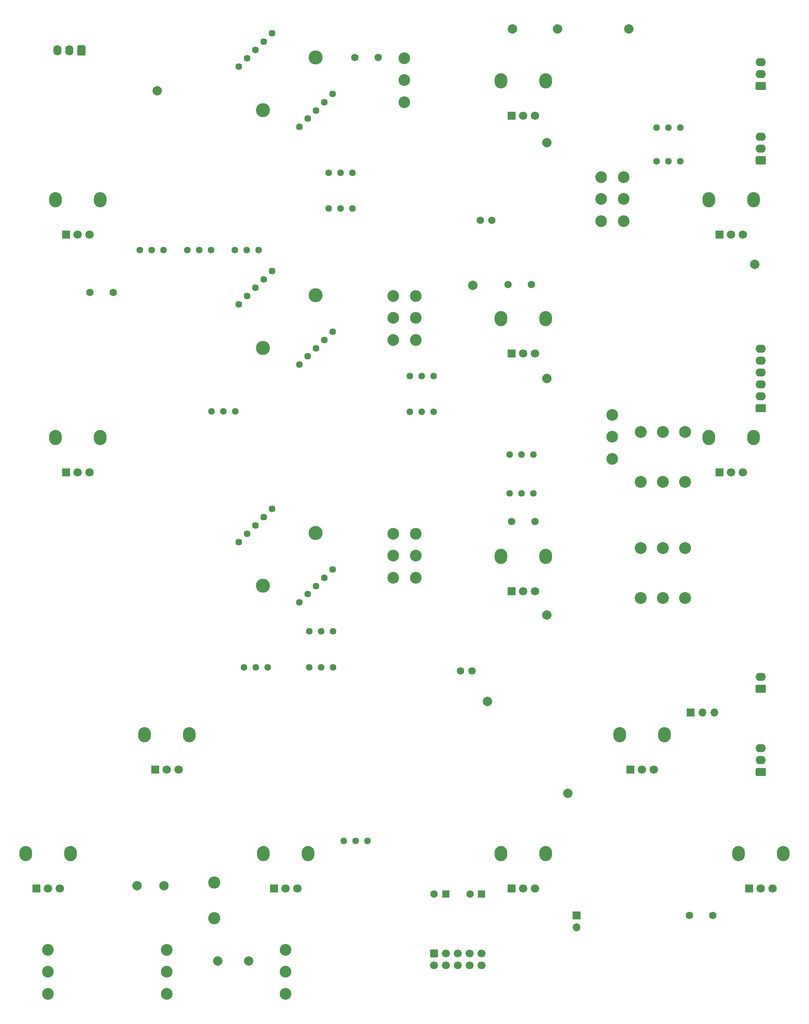
<source format=gts>
G04 #@! TF.GenerationSoftware,KiCad,Pcbnew,6.0.5+dfsg-1~bpo11+1*
G04 #@! TF.CreationDate,2022-07-23T14:57:50+00:00*
G04 #@! TF.ProjectId,main_VCO_board,6d61696e-5f56-4434-9f5f-626f6172642e,0.1*
G04 #@! TF.SameCoordinates,Original*
G04 #@! TF.FileFunction,Soldermask,Top*
G04 #@! TF.FilePolarity,Negative*
%FSLAX46Y46*%
G04 Gerber Fmt 4.6, Leading zero omitted, Abs format (unit mm)*
G04 Created by KiCad (PCBNEW 6.0.5+dfsg-1~bpo11+1) date 2022-07-23 14:57:50*
%MOMM*%
%LPD*%
G01*
G04 APERTURE LIST*
%ADD10O,2.720000X3.240000*%
%ADD11R,1.800000X1.800000*%
%ADD12C,1.800000*%
%ADD13C,2.500000*%
%ADD14C,3.000000*%
%ADD15C,1.451600*%
%ADD16C,2.000000*%
%ADD17C,1.440000*%
%ADD18C,1.600000*%
%ADD19C,2.600000*%
%ADD20O,2.190000X1.740000*%
%ADD21R,1.600000X1.600000*%
%ADD22O,1.740000X2.190000*%
%ADD23R,1.700000X1.700000*%
%ADD24O,1.700000X1.700000*%
%ADD25C,2.540000*%
%ADD26C,1.700000*%
G04 APERTURE END LIST*
D10*
X132868000Y-74034000D03*
X142468000Y-74034000D03*
D11*
X135168000Y-81534000D03*
D12*
X137668000Y-81534000D03*
X140168000Y-81534000D03*
D13*
X251968000Y-129414000D03*
X251968000Y-124714000D03*
X251968000Y-120014000D03*
D10*
X288518000Y-213744000D03*
X278918000Y-213744000D03*
D11*
X281218000Y-221244000D03*
D12*
X283718000Y-221244000D03*
X286218000Y-221244000D03*
D10*
X263118000Y-188344000D03*
X253518000Y-188344000D03*
D11*
X255818000Y-195844000D03*
D12*
X258318000Y-195844000D03*
X260818000Y-195844000D03*
D13*
X205103000Y-154814000D03*
X205103000Y-150114000D03*
X205103000Y-145414000D03*
X209933000Y-154814000D03*
X209933000Y-150114000D03*
X209933000Y-145414000D03*
D10*
X151918000Y-188344000D03*
X161518000Y-188344000D03*
D11*
X154218000Y-195844000D03*
D12*
X156718000Y-195844000D03*
X159218000Y-195844000D03*
D10*
X228118000Y-150244000D03*
X237718000Y-150244000D03*
D11*
X230418000Y-157744000D03*
D12*
X232918000Y-157744000D03*
X235418000Y-157744000D03*
D10*
X228118000Y-48644000D03*
X237718000Y-48644000D03*
D11*
X230418000Y-56144000D03*
D12*
X232918000Y-56144000D03*
X235418000Y-56144000D03*
D14*
X188552672Y-43634963D03*
X177238963Y-54948672D03*
D15*
X172112439Y-45579507D03*
X173880206Y-43811740D03*
X175647973Y-42043973D03*
X177415740Y-40276206D03*
X179183507Y-38508439D03*
X192123561Y-51448493D03*
X190355794Y-53216260D03*
X188588027Y-54984027D03*
X186820260Y-56751794D03*
X185052493Y-58519561D03*
D13*
X205103000Y-104014000D03*
X205103000Y-99314000D03*
X205103000Y-94614000D03*
X209933000Y-104014000D03*
X209933000Y-99314000D03*
X209933000Y-94614000D03*
D10*
X272568000Y-74044000D03*
X282168000Y-74044000D03*
D11*
X274868000Y-81544000D03*
D12*
X277368000Y-81544000D03*
X279868000Y-81544000D03*
D14*
X188552672Y-145234963D03*
X177238963Y-156548672D03*
D15*
X172112439Y-147179507D03*
X173880206Y-145411740D03*
X175647973Y-143643973D03*
X177415740Y-141876206D03*
X179183507Y-140108439D03*
X192123561Y-153048493D03*
X190355794Y-154816260D03*
X188588027Y-156584027D03*
X186820260Y-158351794D03*
X185052493Y-160119561D03*
D13*
X156718000Y-243714000D03*
X156718000Y-239014000D03*
X156718000Y-234314000D03*
D14*
X177238963Y-105748672D03*
X188552672Y-94434963D03*
D15*
X172112439Y-96379507D03*
X173880206Y-94611740D03*
X175647973Y-92843973D03*
X177415740Y-91076206D03*
X179183507Y-89308439D03*
X192123561Y-102248493D03*
X190355794Y-104016260D03*
X188588027Y-105784027D03*
X186820260Y-107551794D03*
X185052493Y-109319561D03*
D10*
X228118000Y-213744000D03*
X237718000Y-213744000D03*
D11*
X230418000Y-221244000D03*
D12*
X232918000Y-221244000D03*
X235418000Y-221244000D03*
D13*
X207518000Y-53214000D03*
X207518000Y-48514000D03*
X207518000Y-43814000D03*
X249553000Y-78614000D03*
X249553000Y-73914000D03*
X249553000Y-69214000D03*
X254383000Y-78614000D03*
X254383000Y-73914000D03*
X254383000Y-69214000D03*
D10*
X126518000Y-213744000D03*
X136118000Y-213744000D03*
D11*
X128818000Y-221244000D03*
D12*
X131318000Y-221244000D03*
X133818000Y-221244000D03*
D13*
X131318000Y-243714000D03*
X131318000Y-239014000D03*
X131318000Y-234314000D03*
X182118000Y-243714000D03*
X182118000Y-239014000D03*
X182118000Y-234314000D03*
D10*
X132868000Y-124844000D03*
X142468000Y-124844000D03*
D11*
X135168000Y-132344000D03*
D12*
X137668000Y-132344000D03*
X140168000Y-132344000D03*
D10*
X272568000Y-124844000D03*
X282168000Y-124844000D03*
D11*
X274868000Y-132344000D03*
D12*
X277368000Y-132344000D03*
X279868000Y-132344000D03*
D10*
X237718000Y-99444000D03*
X228118000Y-99444000D03*
D11*
X230418000Y-106944000D03*
D12*
X232918000Y-106944000D03*
X235418000Y-106944000D03*
D10*
X186918000Y-213744000D03*
X177318000Y-213744000D03*
D11*
X179618000Y-221244000D03*
D12*
X182118000Y-221244000D03*
X184618000Y-221244000D03*
D16*
X167640000Y-236728000D03*
D17*
X173218000Y-173990000D03*
X175758000Y-173990000D03*
X178298000Y-173990000D03*
D16*
X156083000Y-220599000D03*
D18*
X230443400Y-142824200D03*
X235443400Y-142824200D03*
D17*
X229997000Y-136779000D03*
X232537000Y-136779000D03*
X235077000Y-136779000D03*
X194554000Y-211074000D03*
X197094000Y-211074000D03*
X199634000Y-211074000D03*
D16*
X222123000Y-92329000D03*
D19*
X166878000Y-219964000D03*
X166878000Y-227584000D03*
D18*
X268453000Y-226949000D03*
X273453000Y-226949000D03*
G36*
G01*
X284563000Y-197212000D02*
X282873000Y-197212000D01*
G75*
G02*
X282623000Y-196962000I0J250000D01*
G01*
X282623000Y-195722000D01*
G75*
G02*
X282873000Y-195472000I250000J0D01*
G01*
X284563000Y-195472000D01*
G75*
G02*
X284813000Y-195722000I0J-250000D01*
G01*
X284813000Y-196962000D01*
G75*
G02*
X284563000Y-197212000I-250000J0D01*
G01*
G37*
D20*
X283718000Y-193802000D03*
X283718000Y-191262000D03*
D21*
X216368000Y-222386500D03*
D18*
X213868000Y-222386500D03*
G36*
G01*
X284563000Y-119488000D02*
X282873000Y-119488000D01*
G75*
G02*
X282623000Y-119238000I0J250000D01*
G01*
X282623000Y-117998000D01*
G75*
G02*
X282873000Y-117748000I250000J0D01*
G01*
X284563000Y-117748000D01*
G75*
G02*
X284813000Y-117998000I0J-250000D01*
G01*
X284813000Y-119238000D01*
G75*
G02*
X284563000Y-119488000I-250000J0D01*
G01*
G37*
D20*
X283718000Y-116078000D03*
X283718000Y-113538000D03*
X283718000Y-110998000D03*
X283718000Y-108458000D03*
X283718000Y-105918000D03*
G36*
G01*
X139300000Y-41339000D02*
X139300000Y-43029000D01*
G75*
G02*
X139050000Y-43279000I-250000J0D01*
G01*
X137810000Y-43279000D01*
G75*
G02*
X137560000Y-43029000I0J250000D01*
G01*
X137560000Y-41339000D01*
G75*
G02*
X137810000Y-41089000I250000J0D01*
G01*
X139050000Y-41089000D01*
G75*
G02*
X139300000Y-41339000I0J-250000D01*
G01*
G37*
D22*
X135890000Y-42184000D03*
X133350000Y-42184000D03*
D16*
X230632000Y-37592000D03*
D17*
X171283000Y-84796000D03*
X173823000Y-84796000D03*
X176363000Y-84796000D03*
D16*
X255524000Y-37592000D03*
D17*
X261453000Y-65858000D03*
X263993000Y-65858000D03*
X266533000Y-65858000D03*
D16*
X150368000Y-220599000D03*
D17*
X208671000Y-119380000D03*
X211211000Y-119380000D03*
X213751000Y-119380000D03*
D23*
X244323000Y-226944000D03*
D24*
X244323000Y-229484000D03*
D16*
X225298000Y-181229000D03*
X237998000Y-61849000D03*
X174244000Y-236728000D03*
D17*
X166243000Y-119253000D03*
X168783000Y-119253000D03*
X171323000Y-119253000D03*
D16*
X154686000Y-50800000D03*
D18*
X145248000Y-93853000D03*
X140248000Y-93853000D03*
D17*
X161113000Y-84796000D03*
X163653000Y-84796000D03*
X166193000Y-84796000D03*
D18*
X196890000Y-43688000D03*
X201890000Y-43688000D03*
X226229000Y-78486000D03*
X223729000Y-78486000D03*
D16*
X282448000Y-87884000D03*
G36*
G01*
X284543000Y-179432000D02*
X282853000Y-179432000D01*
G75*
G02*
X282603000Y-179182000I0J250000D01*
G01*
X282603000Y-177942000D01*
G75*
G02*
X282853000Y-177692000I250000J0D01*
G01*
X284543000Y-177692000D01*
G75*
G02*
X284793000Y-177942000I0J-250000D01*
G01*
X284793000Y-179182000D01*
G75*
G02*
X284543000Y-179432000I-250000J0D01*
G01*
G37*
D20*
X283698000Y-176022000D03*
G36*
G01*
X284563000Y-66529000D02*
X282873000Y-66529000D01*
G75*
G02*
X282623000Y-66279000I0J250000D01*
G01*
X282623000Y-65039000D01*
G75*
G02*
X282873000Y-64789000I250000J0D01*
G01*
X284563000Y-64789000D01*
G75*
G02*
X284813000Y-65039000I0J-250000D01*
G01*
X284813000Y-66279000D01*
G75*
G02*
X284563000Y-66529000I-250000J0D01*
G01*
G37*
X283718000Y-63119000D03*
X283718000Y-60579000D03*
D23*
X268732000Y-183642000D03*
D24*
X271272000Y-183642000D03*
X273812000Y-183642000D03*
D16*
X240284000Y-37592000D03*
D18*
X221976000Y-174752000D03*
X219476000Y-174752000D03*
D17*
X261453000Y-58674000D03*
X263993000Y-58674000D03*
X266533000Y-58674000D03*
G36*
G01*
X284563000Y-50654000D02*
X282873000Y-50654000D01*
G75*
G02*
X282623000Y-50404000I0J250000D01*
G01*
X282623000Y-49164000D01*
G75*
G02*
X282873000Y-48914000I250000J0D01*
G01*
X284563000Y-48914000D01*
G75*
G02*
X284813000Y-49164000I0J-250000D01*
G01*
X284813000Y-50404000D01*
G75*
G02*
X284563000Y-50654000I-250000J0D01*
G01*
G37*
D20*
X283718000Y-47244000D03*
X283718000Y-44704000D03*
D17*
X187198000Y-173990000D03*
X189738000Y-173990000D03*
X192278000Y-173990000D03*
X150953000Y-84796000D03*
X153493000Y-84796000D03*
X156033000Y-84796000D03*
X187198000Y-166243000D03*
X189738000Y-166243000D03*
X192278000Y-166243000D03*
D25*
X267512800Y-159131000D03*
X262763000Y-159131000D03*
X258013200Y-159131000D03*
X258013200Y-148463000D03*
X262763000Y-148463000D03*
X267512800Y-148463000D03*
D17*
X208661000Y-111760000D03*
X211201000Y-111760000D03*
X213741000Y-111760000D03*
D16*
X237998000Y-162814000D03*
D25*
X267512800Y-134366000D03*
X262763000Y-134366000D03*
X258013200Y-134366000D03*
X258013200Y-123698000D03*
X262763000Y-123698000D03*
X267512800Y-123698000D03*
D16*
X237998000Y-112268000D03*
D17*
X191324000Y-75946000D03*
X193864000Y-75946000D03*
X196404000Y-75946000D03*
D21*
X224028000Y-222386500D03*
D18*
X221528000Y-222386500D03*
G36*
G01*
X213268000Y-234236500D02*
X214468000Y-234236500D01*
G75*
G02*
X214718000Y-234486500I0J-250000D01*
G01*
X214718000Y-235686500D01*
G75*
G02*
X214468000Y-235936500I-250000J0D01*
G01*
X213268000Y-235936500D01*
G75*
G02*
X213018000Y-235686500I0J250000D01*
G01*
X213018000Y-234486500D01*
G75*
G02*
X213268000Y-234236500I250000J0D01*
G01*
G37*
D26*
X213868000Y-237626500D03*
X216408000Y-235086500D03*
X216408000Y-237626500D03*
X218948000Y-235086500D03*
X218948000Y-237626500D03*
X221488000Y-235086500D03*
X221488000Y-237626500D03*
X224028000Y-235086500D03*
X224028000Y-237626500D03*
D18*
X229681400Y-92202000D03*
X234681400Y-92202000D03*
D16*
X242443000Y-200914000D03*
D17*
X230007000Y-128524000D03*
X232547000Y-128524000D03*
X235087000Y-128524000D03*
X191314000Y-68326000D03*
X193854000Y-68326000D03*
X196394000Y-68326000D03*
M02*

</source>
